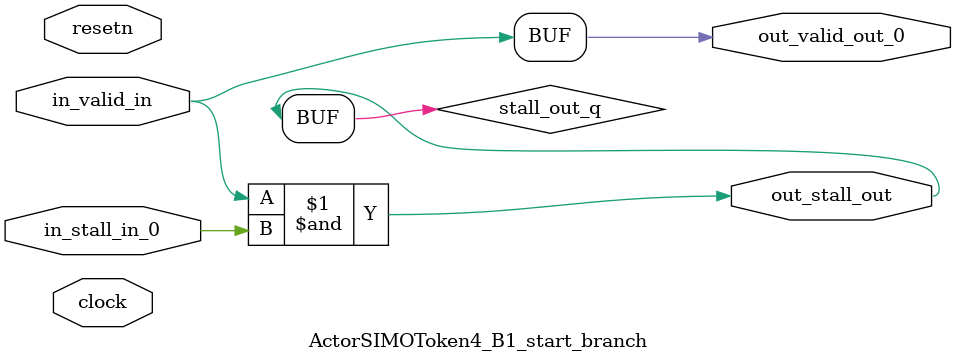
<source format=sv>



(* altera_attribute = "-name AUTO_SHIFT_REGISTER_RECOGNITION OFF; -name MESSAGE_DISABLE 10036; -name MESSAGE_DISABLE 10037; -name MESSAGE_DISABLE 14130; -name MESSAGE_DISABLE 14320; -name MESSAGE_DISABLE 15400; -name MESSAGE_DISABLE 14130; -name MESSAGE_DISABLE 10036; -name MESSAGE_DISABLE 12020; -name MESSAGE_DISABLE 12030; -name MESSAGE_DISABLE 12010; -name MESSAGE_DISABLE 12110; -name MESSAGE_DISABLE 14320; -name MESSAGE_DISABLE 13410; -name MESSAGE_DISABLE 113007; -name MESSAGE_DISABLE 10958" *)
module ActorSIMOToken4_B1_start_branch (
    input wire [0:0] in_stall_in_0,
    input wire [0:0] in_valid_in,
    output wire [0:0] out_stall_out,
    output wire [0:0] out_valid_out_0,
    input wire clock,
    input wire resetn
    );

    wire [0:0] stall_out_q;


    // stall_out(LOGICAL,6)
    assign stall_out_q = in_valid_in & in_stall_in_0;

    // out_stall_out(GPOUT,4)
    assign out_stall_out = stall_out_q;

    // out_valid_out_0(GPOUT,5)
    assign out_valid_out_0 = in_valid_in;

endmodule

</source>
